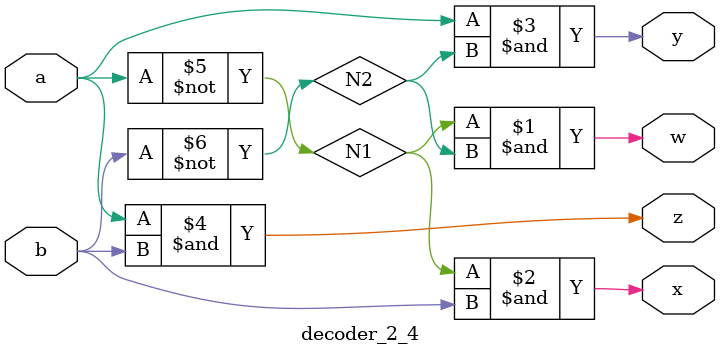
<source format=v>
module decoder_2_4(a,b,w,x,y,z);
input a,b;
output w,x,y,z;
wire N1,N2;
not I_0(N1,a);
not I_1(N2,b);
and I_2(w,N1,N2);
and I_3(x,N1,b);
and I_4(y,a,N2);
and I_5(z,a,b);
endmodule



</source>
